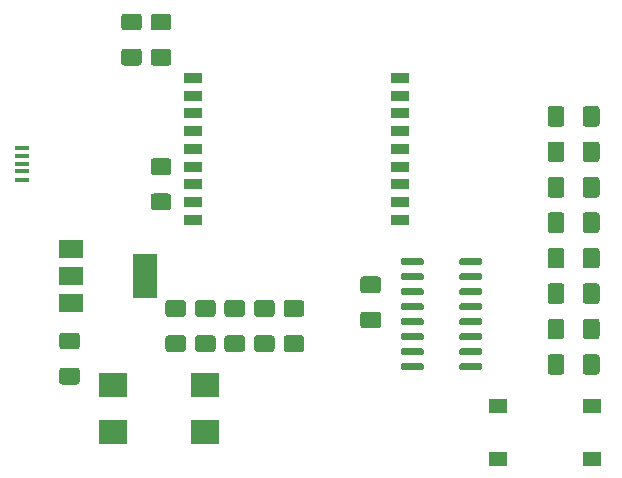
<source format=gbr>
G04 #@! TF.GenerationSoftware,KiCad,Pcbnew,(5.1.6)-1*
G04 #@! TF.CreationDate,2020-10-19T22:19:42+02:00*
G04 #@! TF.ProjectId,8Bit_WiFi_Visualizer,38426974-5f57-4694-9669-5f5669737561,A01*
G04 #@! TF.SameCoordinates,Original*
G04 #@! TF.FileFunction,Paste,Top*
G04 #@! TF.FilePolarity,Positive*
%FSLAX46Y46*%
G04 Gerber Fmt 4.6, Leading zero omitted, Abs format (unit mm)*
G04 Created by KiCad (PCBNEW (5.1.6)-1) date 2020-10-19 22:19:42*
%MOMM*%
%LPD*%
G01*
G04 APERTURE LIST*
%ADD10R,1.250000X0.400000*%
%ADD11R,1.550000X1.300000*%
%ADD12R,1.500000X0.900000*%
%ADD13R,2.400000X2.100000*%
%ADD14R,2.000000X1.500000*%
%ADD15R,2.000000X3.800000*%
G04 APERTURE END LIST*
D10*
X5500000Y-13950000D03*
X5500000Y-14600000D03*
X5500000Y-15250000D03*
X5500000Y-15900000D03*
X5500000Y-16600000D03*
G36*
G01*
X16625000Y-17775000D02*
X17875000Y-17775000D01*
G75*
G02*
X18125000Y-18025000I0J-250000D01*
G01*
X18125000Y-18950000D01*
G75*
G02*
X17875000Y-19200000I-250000J0D01*
G01*
X16625000Y-19200000D01*
G75*
G02*
X16375000Y-18950000I0J250000D01*
G01*
X16375000Y-18025000D01*
G75*
G02*
X16625000Y-17775000I250000J0D01*
G01*
G37*
G36*
G01*
X16625000Y-14800000D02*
X17875000Y-14800000D01*
G75*
G02*
X18125000Y-15050000I0J-250000D01*
G01*
X18125000Y-15975000D01*
G75*
G02*
X17875000Y-16225000I-250000J0D01*
G01*
X16625000Y-16225000D01*
G75*
G02*
X16375000Y-15975000I0J250000D01*
G01*
X16375000Y-15050000D01*
G75*
G02*
X16625000Y-14800000I250000J0D01*
G01*
G37*
G36*
G01*
X20375000Y-26800000D02*
X21625000Y-26800000D01*
G75*
G02*
X21875000Y-27050000I0J-250000D01*
G01*
X21875000Y-27975000D01*
G75*
G02*
X21625000Y-28225000I-250000J0D01*
G01*
X20375000Y-28225000D01*
G75*
G02*
X20125000Y-27975000I0J250000D01*
G01*
X20125000Y-27050000D01*
G75*
G02*
X20375000Y-26800000I250000J0D01*
G01*
G37*
G36*
G01*
X20375000Y-29775000D02*
X21625000Y-29775000D01*
G75*
G02*
X21875000Y-30025000I0J-250000D01*
G01*
X21875000Y-30950000D01*
G75*
G02*
X21625000Y-31200000I-250000J0D01*
G01*
X20375000Y-31200000D01*
G75*
G02*
X20125000Y-30950000I0J250000D01*
G01*
X20125000Y-30025000D01*
G75*
G02*
X20375000Y-29775000I250000J0D01*
G01*
G37*
G36*
G01*
X25375000Y-26800000D02*
X26625000Y-26800000D01*
G75*
G02*
X26875000Y-27050000I0J-250000D01*
G01*
X26875000Y-27975000D01*
G75*
G02*
X26625000Y-28225000I-250000J0D01*
G01*
X25375000Y-28225000D01*
G75*
G02*
X25125000Y-27975000I0J250000D01*
G01*
X25125000Y-27050000D01*
G75*
G02*
X25375000Y-26800000I250000J0D01*
G01*
G37*
G36*
G01*
X25375000Y-29775000D02*
X26625000Y-29775000D01*
G75*
G02*
X26875000Y-30025000I0J-250000D01*
G01*
X26875000Y-30950000D01*
G75*
G02*
X26625000Y-31200000I-250000J0D01*
G01*
X25375000Y-31200000D01*
G75*
G02*
X25125000Y-30950000I0J250000D01*
G01*
X25125000Y-30025000D01*
G75*
G02*
X25375000Y-29775000I250000J0D01*
G01*
G37*
G36*
G01*
X34375000Y-27775000D02*
X35625000Y-27775000D01*
G75*
G02*
X35875000Y-28025000I0J-250000D01*
G01*
X35875000Y-28950000D01*
G75*
G02*
X35625000Y-29200000I-250000J0D01*
G01*
X34375000Y-29200000D01*
G75*
G02*
X34125000Y-28950000I0J250000D01*
G01*
X34125000Y-28025000D01*
G75*
G02*
X34375000Y-27775000I250000J0D01*
G01*
G37*
G36*
G01*
X34375000Y-24800000D02*
X35625000Y-24800000D01*
G75*
G02*
X35875000Y-25050000I0J-250000D01*
G01*
X35875000Y-25975000D01*
G75*
G02*
X35625000Y-26225000I-250000J0D01*
G01*
X34375000Y-26225000D01*
G75*
G02*
X34125000Y-25975000I0J250000D01*
G01*
X34125000Y-25050000D01*
G75*
G02*
X34375000Y-24800000I250000J0D01*
G01*
G37*
G36*
G01*
X22875000Y-26800000D02*
X24125000Y-26800000D01*
G75*
G02*
X24375000Y-27050000I0J-250000D01*
G01*
X24375000Y-27975000D01*
G75*
G02*
X24125000Y-28225000I-250000J0D01*
G01*
X22875000Y-28225000D01*
G75*
G02*
X22625000Y-27975000I0J250000D01*
G01*
X22625000Y-27050000D01*
G75*
G02*
X22875000Y-26800000I250000J0D01*
G01*
G37*
G36*
G01*
X22875000Y-29775000D02*
X24125000Y-29775000D01*
G75*
G02*
X24375000Y-30025000I0J-250000D01*
G01*
X24375000Y-30950000D01*
G75*
G02*
X24125000Y-31200000I-250000J0D01*
G01*
X22875000Y-31200000D01*
G75*
G02*
X22625000Y-30950000I0J250000D01*
G01*
X22625000Y-30025000D01*
G75*
G02*
X22875000Y-29775000I250000J0D01*
G01*
G37*
G36*
G01*
X49980000Y-11875000D02*
X49980000Y-10625000D01*
G75*
G02*
X50230000Y-10375000I250000J0D01*
G01*
X51155000Y-10375000D01*
G75*
G02*
X51405000Y-10625000I0J-250000D01*
G01*
X51405000Y-11875000D01*
G75*
G02*
X51155000Y-12125000I-250000J0D01*
G01*
X50230000Y-12125000D01*
G75*
G02*
X49980000Y-11875000I0J250000D01*
G01*
G37*
G36*
G01*
X52955000Y-11875000D02*
X52955000Y-10625000D01*
G75*
G02*
X53205000Y-10375000I250000J0D01*
G01*
X54130000Y-10375000D01*
G75*
G02*
X54380000Y-10625000I0J-250000D01*
G01*
X54380000Y-11875000D01*
G75*
G02*
X54130000Y-12125000I-250000J0D01*
G01*
X53205000Y-12125000D01*
G75*
G02*
X52955000Y-11875000I0J250000D01*
G01*
G37*
G36*
G01*
X49980000Y-14875000D02*
X49980000Y-13625000D01*
G75*
G02*
X50230000Y-13375000I250000J0D01*
G01*
X51155000Y-13375000D01*
G75*
G02*
X51405000Y-13625000I0J-250000D01*
G01*
X51405000Y-14875000D01*
G75*
G02*
X51155000Y-15125000I-250000J0D01*
G01*
X50230000Y-15125000D01*
G75*
G02*
X49980000Y-14875000I0J250000D01*
G01*
G37*
G36*
G01*
X52955000Y-14875000D02*
X52955000Y-13625000D01*
G75*
G02*
X53205000Y-13375000I250000J0D01*
G01*
X54130000Y-13375000D01*
G75*
G02*
X54380000Y-13625000I0J-250000D01*
G01*
X54380000Y-14875000D01*
G75*
G02*
X54130000Y-15125000I-250000J0D01*
G01*
X53205000Y-15125000D01*
G75*
G02*
X52955000Y-14875000I0J250000D01*
G01*
G37*
G36*
G01*
X49980000Y-17875000D02*
X49980000Y-16625000D01*
G75*
G02*
X50230000Y-16375000I250000J0D01*
G01*
X51155000Y-16375000D01*
G75*
G02*
X51405000Y-16625000I0J-250000D01*
G01*
X51405000Y-17875000D01*
G75*
G02*
X51155000Y-18125000I-250000J0D01*
G01*
X50230000Y-18125000D01*
G75*
G02*
X49980000Y-17875000I0J250000D01*
G01*
G37*
G36*
G01*
X52955000Y-17875000D02*
X52955000Y-16625000D01*
G75*
G02*
X53205000Y-16375000I250000J0D01*
G01*
X54130000Y-16375000D01*
G75*
G02*
X54380000Y-16625000I0J-250000D01*
G01*
X54380000Y-17875000D01*
G75*
G02*
X54130000Y-18125000I-250000J0D01*
G01*
X53205000Y-18125000D01*
G75*
G02*
X52955000Y-17875000I0J250000D01*
G01*
G37*
G36*
G01*
X49980000Y-20875000D02*
X49980000Y-19625000D01*
G75*
G02*
X50230000Y-19375000I250000J0D01*
G01*
X51155000Y-19375000D01*
G75*
G02*
X51405000Y-19625000I0J-250000D01*
G01*
X51405000Y-20875000D01*
G75*
G02*
X51155000Y-21125000I-250000J0D01*
G01*
X50230000Y-21125000D01*
G75*
G02*
X49980000Y-20875000I0J250000D01*
G01*
G37*
G36*
G01*
X52955000Y-20875000D02*
X52955000Y-19625000D01*
G75*
G02*
X53205000Y-19375000I250000J0D01*
G01*
X54130000Y-19375000D01*
G75*
G02*
X54380000Y-19625000I0J-250000D01*
G01*
X54380000Y-20875000D01*
G75*
G02*
X54130000Y-21125000I-250000J0D01*
G01*
X53205000Y-21125000D01*
G75*
G02*
X52955000Y-20875000I0J250000D01*
G01*
G37*
G36*
G01*
X49980000Y-23875000D02*
X49980000Y-22625000D01*
G75*
G02*
X50230000Y-22375000I250000J0D01*
G01*
X51155000Y-22375000D01*
G75*
G02*
X51405000Y-22625000I0J-250000D01*
G01*
X51405000Y-23875000D01*
G75*
G02*
X51155000Y-24125000I-250000J0D01*
G01*
X50230000Y-24125000D01*
G75*
G02*
X49980000Y-23875000I0J250000D01*
G01*
G37*
G36*
G01*
X52955000Y-23875000D02*
X52955000Y-22625000D01*
G75*
G02*
X53205000Y-22375000I250000J0D01*
G01*
X54130000Y-22375000D01*
G75*
G02*
X54380000Y-22625000I0J-250000D01*
G01*
X54380000Y-23875000D01*
G75*
G02*
X54130000Y-24125000I-250000J0D01*
G01*
X53205000Y-24125000D01*
G75*
G02*
X52955000Y-23875000I0J250000D01*
G01*
G37*
G36*
G01*
X49980000Y-26875000D02*
X49980000Y-25625000D01*
G75*
G02*
X50230000Y-25375000I250000J0D01*
G01*
X51155000Y-25375000D01*
G75*
G02*
X51405000Y-25625000I0J-250000D01*
G01*
X51405000Y-26875000D01*
G75*
G02*
X51155000Y-27125000I-250000J0D01*
G01*
X50230000Y-27125000D01*
G75*
G02*
X49980000Y-26875000I0J250000D01*
G01*
G37*
G36*
G01*
X52955000Y-26875000D02*
X52955000Y-25625000D01*
G75*
G02*
X53205000Y-25375000I250000J0D01*
G01*
X54130000Y-25375000D01*
G75*
G02*
X54380000Y-25625000I0J-250000D01*
G01*
X54380000Y-26875000D01*
G75*
G02*
X54130000Y-27125000I-250000J0D01*
G01*
X53205000Y-27125000D01*
G75*
G02*
X52955000Y-26875000I0J250000D01*
G01*
G37*
G36*
G01*
X49980000Y-29875000D02*
X49980000Y-28625000D01*
G75*
G02*
X50230000Y-28375000I250000J0D01*
G01*
X51155000Y-28375000D01*
G75*
G02*
X51405000Y-28625000I0J-250000D01*
G01*
X51405000Y-29875000D01*
G75*
G02*
X51155000Y-30125000I-250000J0D01*
G01*
X50230000Y-30125000D01*
G75*
G02*
X49980000Y-29875000I0J250000D01*
G01*
G37*
G36*
G01*
X52955000Y-29875000D02*
X52955000Y-28625000D01*
G75*
G02*
X53205000Y-28375000I250000J0D01*
G01*
X54130000Y-28375000D01*
G75*
G02*
X54380000Y-28625000I0J-250000D01*
G01*
X54380000Y-29875000D01*
G75*
G02*
X54130000Y-30125000I-250000J0D01*
G01*
X53205000Y-30125000D01*
G75*
G02*
X52955000Y-29875000I0J250000D01*
G01*
G37*
G36*
G01*
X49980000Y-32875000D02*
X49980000Y-31625000D01*
G75*
G02*
X50230000Y-31375000I250000J0D01*
G01*
X51155000Y-31375000D01*
G75*
G02*
X51405000Y-31625000I0J-250000D01*
G01*
X51405000Y-32875000D01*
G75*
G02*
X51155000Y-33125000I-250000J0D01*
G01*
X50230000Y-33125000D01*
G75*
G02*
X49980000Y-32875000I0J250000D01*
G01*
G37*
G36*
G01*
X52955000Y-32875000D02*
X52955000Y-31625000D01*
G75*
G02*
X53205000Y-31375000I250000J0D01*
G01*
X54130000Y-31375000D01*
G75*
G02*
X54380000Y-31625000I0J-250000D01*
G01*
X54380000Y-32875000D01*
G75*
G02*
X54130000Y-33125000I-250000J0D01*
G01*
X53205000Y-33125000D01*
G75*
G02*
X52955000Y-32875000I0J250000D01*
G01*
G37*
G36*
G01*
X29125000Y-31200000D02*
X27875000Y-31200000D01*
G75*
G02*
X27625000Y-30950000I0J250000D01*
G01*
X27625000Y-30025000D01*
G75*
G02*
X27875000Y-29775000I250000J0D01*
G01*
X29125000Y-29775000D01*
G75*
G02*
X29375000Y-30025000I0J-250000D01*
G01*
X29375000Y-30950000D01*
G75*
G02*
X29125000Y-31200000I-250000J0D01*
G01*
G37*
G36*
G01*
X29125000Y-28225000D02*
X27875000Y-28225000D01*
G75*
G02*
X27625000Y-27975000I0J250000D01*
G01*
X27625000Y-27050000D01*
G75*
G02*
X27875000Y-26800000I250000J0D01*
G01*
X29125000Y-26800000D01*
G75*
G02*
X29375000Y-27050000I0J-250000D01*
G01*
X29375000Y-27975000D01*
G75*
G02*
X29125000Y-28225000I-250000J0D01*
G01*
G37*
G36*
G01*
X17875000Y-6950000D02*
X16625000Y-6950000D01*
G75*
G02*
X16375000Y-6700000I0J250000D01*
G01*
X16375000Y-5775000D01*
G75*
G02*
X16625000Y-5525000I250000J0D01*
G01*
X17875000Y-5525000D01*
G75*
G02*
X18125000Y-5775000I0J-250000D01*
G01*
X18125000Y-6700000D01*
G75*
G02*
X17875000Y-6950000I-250000J0D01*
G01*
G37*
G36*
G01*
X17875000Y-3975000D02*
X16625000Y-3975000D01*
G75*
G02*
X16375000Y-3725000I0J250000D01*
G01*
X16375000Y-2800000D01*
G75*
G02*
X16625000Y-2550000I250000J0D01*
G01*
X17875000Y-2550000D01*
G75*
G02*
X18125000Y-2800000I0J-250000D01*
G01*
X18125000Y-3725000D01*
G75*
G02*
X17875000Y-3975000I-250000J0D01*
G01*
G37*
G36*
G01*
X15375000Y-6950000D02*
X14125000Y-6950000D01*
G75*
G02*
X13875000Y-6700000I0J250000D01*
G01*
X13875000Y-5775000D01*
G75*
G02*
X14125000Y-5525000I250000J0D01*
G01*
X15375000Y-5525000D01*
G75*
G02*
X15625000Y-5775000I0J-250000D01*
G01*
X15625000Y-6700000D01*
G75*
G02*
X15375000Y-6950000I-250000J0D01*
G01*
G37*
G36*
G01*
X15375000Y-3975000D02*
X14125000Y-3975000D01*
G75*
G02*
X13875000Y-3725000I0J250000D01*
G01*
X13875000Y-2800000D01*
G75*
G02*
X14125000Y-2550000I250000J0D01*
G01*
X15375000Y-2550000D01*
G75*
G02*
X15625000Y-2800000I0J-250000D01*
G01*
X15625000Y-3725000D01*
G75*
G02*
X15375000Y-3975000I-250000J0D01*
G01*
G37*
G36*
G01*
X8875000Y-29550000D02*
X10125000Y-29550000D01*
G75*
G02*
X10375000Y-29800000I0J-250000D01*
G01*
X10375000Y-30725000D01*
G75*
G02*
X10125000Y-30975000I-250000J0D01*
G01*
X8875000Y-30975000D01*
G75*
G02*
X8625000Y-30725000I0J250000D01*
G01*
X8625000Y-29800000D01*
G75*
G02*
X8875000Y-29550000I250000J0D01*
G01*
G37*
G36*
G01*
X8875000Y-32525000D02*
X10125000Y-32525000D01*
G75*
G02*
X10375000Y-32775000I0J-250000D01*
G01*
X10375000Y-33700000D01*
G75*
G02*
X10125000Y-33950000I-250000J0D01*
G01*
X8875000Y-33950000D01*
G75*
G02*
X8625000Y-33700000I0J250000D01*
G01*
X8625000Y-32775000D01*
G75*
G02*
X8875000Y-32525000I250000J0D01*
G01*
G37*
G36*
G01*
X17875000Y-26800000D02*
X19125000Y-26800000D01*
G75*
G02*
X19375000Y-27050000I0J-250000D01*
G01*
X19375000Y-27975000D01*
G75*
G02*
X19125000Y-28225000I-250000J0D01*
G01*
X17875000Y-28225000D01*
G75*
G02*
X17625000Y-27975000I0J250000D01*
G01*
X17625000Y-27050000D01*
G75*
G02*
X17875000Y-26800000I250000J0D01*
G01*
G37*
G36*
G01*
X17875000Y-29775000D02*
X19125000Y-29775000D01*
G75*
G02*
X19375000Y-30025000I0J-250000D01*
G01*
X19375000Y-30950000D01*
G75*
G02*
X19125000Y-31200000I-250000J0D01*
G01*
X17875000Y-31200000D01*
G75*
G02*
X17625000Y-30950000I0J250000D01*
G01*
X17625000Y-30025000D01*
G75*
G02*
X17875000Y-29775000I250000J0D01*
G01*
G37*
D11*
X45775000Y-35750000D03*
X45775000Y-40250000D03*
X53725000Y-40250000D03*
X53725000Y-35750000D03*
D12*
X37500000Y-8000000D03*
X37500000Y-9500000D03*
X37500000Y-11000000D03*
X37500000Y-12500000D03*
X37500000Y-14000000D03*
X37500000Y-15500000D03*
X37500000Y-17000000D03*
X37500000Y-18500000D03*
X37500000Y-20000000D03*
X20000000Y-20000000D03*
X20000000Y-18500000D03*
X20000000Y-17000000D03*
X20000000Y-15500000D03*
X20000000Y-14000000D03*
X20000000Y-12500000D03*
X20000000Y-11000000D03*
X20000000Y-9500000D03*
X20000000Y-8000000D03*
D13*
X13200000Y-34000000D03*
X21000000Y-34000000D03*
X13200000Y-38000000D03*
X21000000Y-38000000D03*
G36*
G01*
X44450000Y-32295000D02*
X44450000Y-32595000D01*
G75*
G02*
X44300000Y-32745000I-150000J0D01*
G01*
X42650000Y-32745000D01*
G75*
G02*
X42500000Y-32595000I0J150000D01*
G01*
X42500000Y-32295000D01*
G75*
G02*
X42650000Y-32145000I150000J0D01*
G01*
X44300000Y-32145000D01*
G75*
G02*
X44450000Y-32295000I0J-150000D01*
G01*
G37*
G36*
G01*
X44450000Y-31025000D02*
X44450000Y-31325000D01*
G75*
G02*
X44300000Y-31475000I-150000J0D01*
G01*
X42650000Y-31475000D01*
G75*
G02*
X42500000Y-31325000I0J150000D01*
G01*
X42500000Y-31025000D01*
G75*
G02*
X42650000Y-30875000I150000J0D01*
G01*
X44300000Y-30875000D01*
G75*
G02*
X44450000Y-31025000I0J-150000D01*
G01*
G37*
G36*
G01*
X44450000Y-29755000D02*
X44450000Y-30055000D01*
G75*
G02*
X44300000Y-30205000I-150000J0D01*
G01*
X42650000Y-30205000D01*
G75*
G02*
X42500000Y-30055000I0J150000D01*
G01*
X42500000Y-29755000D01*
G75*
G02*
X42650000Y-29605000I150000J0D01*
G01*
X44300000Y-29605000D01*
G75*
G02*
X44450000Y-29755000I0J-150000D01*
G01*
G37*
G36*
G01*
X44450000Y-28485000D02*
X44450000Y-28785000D01*
G75*
G02*
X44300000Y-28935000I-150000J0D01*
G01*
X42650000Y-28935000D01*
G75*
G02*
X42500000Y-28785000I0J150000D01*
G01*
X42500000Y-28485000D01*
G75*
G02*
X42650000Y-28335000I150000J0D01*
G01*
X44300000Y-28335000D01*
G75*
G02*
X44450000Y-28485000I0J-150000D01*
G01*
G37*
G36*
G01*
X44450000Y-27215000D02*
X44450000Y-27515000D01*
G75*
G02*
X44300000Y-27665000I-150000J0D01*
G01*
X42650000Y-27665000D01*
G75*
G02*
X42500000Y-27515000I0J150000D01*
G01*
X42500000Y-27215000D01*
G75*
G02*
X42650000Y-27065000I150000J0D01*
G01*
X44300000Y-27065000D01*
G75*
G02*
X44450000Y-27215000I0J-150000D01*
G01*
G37*
G36*
G01*
X44450000Y-25945000D02*
X44450000Y-26245000D01*
G75*
G02*
X44300000Y-26395000I-150000J0D01*
G01*
X42650000Y-26395000D01*
G75*
G02*
X42500000Y-26245000I0J150000D01*
G01*
X42500000Y-25945000D01*
G75*
G02*
X42650000Y-25795000I150000J0D01*
G01*
X44300000Y-25795000D01*
G75*
G02*
X44450000Y-25945000I0J-150000D01*
G01*
G37*
G36*
G01*
X44450000Y-24675000D02*
X44450000Y-24975000D01*
G75*
G02*
X44300000Y-25125000I-150000J0D01*
G01*
X42650000Y-25125000D01*
G75*
G02*
X42500000Y-24975000I0J150000D01*
G01*
X42500000Y-24675000D01*
G75*
G02*
X42650000Y-24525000I150000J0D01*
G01*
X44300000Y-24525000D01*
G75*
G02*
X44450000Y-24675000I0J-150000D01*
G01*
G37*
G36*
G01*
X44450000Y-23405000D02*
X44450000Y-23705000D01*
G75*
G02*
X44300000Y-23855000I-150000J0D01*
G01*
X42650000Y-23855000D01*
G75*
G02*
X42500000Y-23705000I0J150000D01*
G01*
X42500000Y-23405000D01*
G75*
G02*
X42650000Y-23255000I150000J0D01*
G01*
X44300000Y-23255000D01*
G75*
G02*
X44450000Y-23405000I0J-150000D01*
G01*
G37*
G36*
G01*
X39500000Y-23405000D02*
X39500000Y-23705000D01*
G75*
G02*
X39350000Y-23855000I-150000J0D01*
G01*
X37700000Y-23855000D01*
G75*
G02*
X37550000Y-23705000I0J150000D01*
G01*
X37550000Y-23405000D01*
G75*
G02*
X37700000Y-23255000I150000J0D01*
G01*
X39350000Y-23255000D01*
G75*
G02*
X39500000Y-23405000I0J-150000D01*
G01*
G37*
G36*
G01*
X39500000Y-24675000D02*
X39500000Y-24975000D01*
G75*
G02*
X39350000Y-25125000I-150000J0D01*
G01*
X37700000Y-25125000D01*
G75*
G02*
X37550000Y-24975000I0J150000D01*
G01*
X37550000Y-24675000D01*
G75*
G02*
X37700000Y-24525000I150000J0D01*
G01*
X39350000Y-24525000D01*
G75*
G02*
X39500000Y-24675000I0J-150000D01*
G01*
G37*
G36*
G01*
X39500000Y-25945000D02*
X39500000Y-26245000D01*
G75*
G02*
X39350000Y-26395000I-150000J0D01*
G01*
X37700000Y-26395000D01*
G75*
G02*
X37550000Y-26245000I0J150000D01*
G01*
X37550000Y-25945000D01*
G75*
G02*
X37700000Y-25795000I150000J0D01*
G01*
X39350000Y-25795000D01*
G75*
G02*
X39500000Y-25945000I0J-150000D01*
G01*
G37*
G36*
G01*
X39500000Y-27215000D02*
X39500000Y-27515000D01*
G75*
G02*
X39350000Y-27665000I-150000J0D01*
G01*
X37700000Y-27665000D01*
G75*
G02*
X37550000Y-27515000I0J150000D01*
G01*
X37550000Y-27215000D01*
G75*
G02*
X37700000Y-27065000I150000J0D01*
G01*
X39350000Y-27065000D01*
G75*
G02*
X39500000Y-27215000I0J-150000D01*
G01*
G37*
G36*
G01*
X39500000Y-28485000D02*
X39500000Y-28785000D01*
G75*
G02*
X39350000Y-28935000I-150000J0D01*
G01*
X37700000Y-28935000D01*
G75*
G02*
X37550000Y-28785000I0J150000D01*
G01*
X37550000Y-28485000D01*
G75*
G02*
X37700000Y-28335000I150000J0D01*
G01*
X39350000Y-28335000D01*
G75*
G02*
X39500000Y-28485000I0J-150000D01*
G01*
G37*
G36*
G01*
X39500000Y-29755000D02*
X39500000Y-30055000D01*
G75*
G02*
X39350000Y-30205000I-150000J0D01*
G01*
X37700000Y-30205000D01*
G75*
G02*
X37550000Y-30055000I0J150000D01*
G01*
X37550000Y-29755000D01*
G75*
G02*
X37700000Y-29605000I150000J0D01*
G01*
X39350000Y-29605000D01*
G75*
G02*
X39500000Y-29755000I0J-150000D01*
G01*
G37*
G36*
G01*
X39500000Y-31025000D02*
X39500000Y-31325000D01*
G75*
G02*
X39350000Y-31475000I-150000J0D01*
G01*
X37700000Y-31475000D01*
G75*
G02*
X37550000Y-31325000I0J150000D01*
G01*
X37550000Y-31025000D01*
G75*
G02*
X37700000Y-30875000I150000J0D01*
G01*
X39350000Y-30875000D01*
G75*
G02*
X39500000Y-31025000I0J-150000D01*
G01*
G37*
G36*
G01*
X39500000Y-32295000D02*
X39500000Y-32595000D01*
G75*
G02*
X39350000Y-32745000I-150000J0D01*
G01*
X37700000Y-32745000D01*
G75*
G02*
X37550000Y-32595000I0J150000D01*
G01*
X37550000Y-32295000D01*
G75*
G02*
X37700000Y-32145000I150000J0D01*
G01*
X39350000Y-32145000D01*
G75*
G02*
X39500000Y-32295000I0J-150000D01*
G01*
G37*
D14*
X9600000Y-22450000D03*
X9600000Y-27050000D03*
X9600000Y-24750000D03*
D15*
X15900000Y-24750000D03*
M02*

</source>
